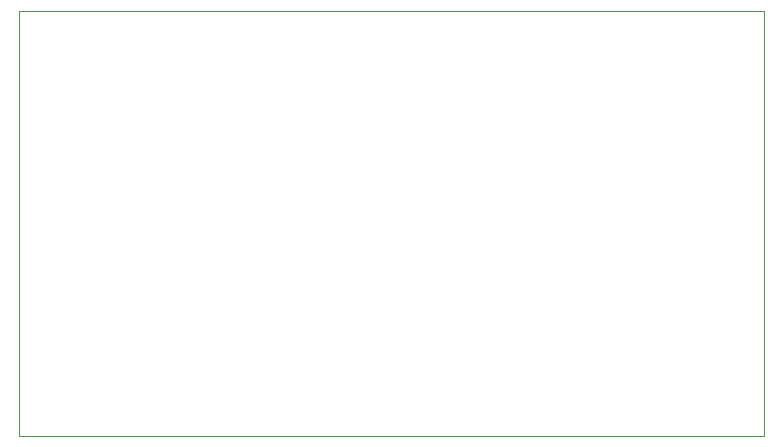
<source format=gm1>
G04 #@! TF.GenerationSoftware,KiCad,Pcbnew,5.1.10-88a1d61d58~88~ubuntu18.04.1*
G04 #@! TF.CreationDate,2021-10-01T18:12:45+02:00*
G04 #@! TF.ProjectId,signal_processing,7369676e-616c-45f7-9072-6f6365737369,rev?*
G04 #@! TF.SameCoordinates,Original*
G04 #@! TF.FileFunction,Profile,NP*
%FSLAX46Y46*%
G04 Gerber Fmt 4.6, Leading zero omitted, Abs format (unit mm)*
G04 Created by KiCad (PCBNEW 5.1.10-88a1d61d58~88~ubuntu18.04.1) date 2021-10-01 18:12:45*
%MOMM*%
%LPD*%
G01*
G04 APERTURE LIST*
G04 #@! TA.AperFunction,Profile*
%ADD10C,0.050000*%
G04 #@! TD*
G04 APERTURE END LIST*
D10*
X115573100Y-123003600D02*
X178635100Y-123003600D01*
X178635100Y-123003600D02*
X178635100Y-87003600D01*
X178635100Y-87003600D02*
X115573100Y-87003600D01*
X115573100Y-87003600D02*
X115573100Y-123003600D01*
M02*

</source>
